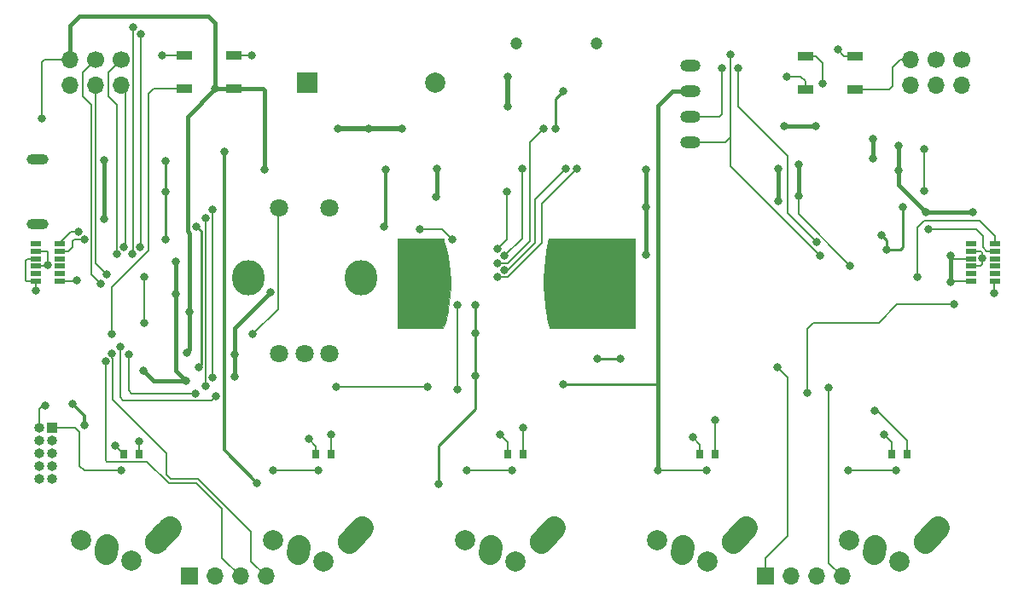
<source format=gtl>
G04 #@! TF.GenerationSoftware,KiCad,Pcbnew,(5.1.0)-1*
G04 #@! TF.CreationDate,2019-05-19T22:51:14-06:00*
G04 #@! TF.ProjectId,laser-theremin,6c617365-722d-4746-9865-72656d696e2e,rev?*
G04 #@! TF.SameCoordinates,Original*
G04 #@! TF.FileFunction,Copper,L1,Top*
G04 #@! TF.FilePolarity,Positive*
%FSLAX46Y46*%
G04 Gerber Fmt 4.6, Leading zero omitted, Abs format (unit mm)*
G04 Created by KiCad (PCBNEW (5.1.0)-1) date 2019-05-19 22:51:14*
%MOMM*%
%LPD*%
G04 APERTURE LIST*
%ADD10C,0.010000*%
%ADD11C,2.250000*%
%ADD12C,2.250000*%
%ADD13C,2.000000*%
%ADD14R,2.000000X2.000000*%
%ADD15C,1.700000*%
%ADD16O,1.700000X1.700000*%
%ADD17R,1.000000X1.000000*%
%ADD18O,1.000000X1.000000*%
%ADD19C,1.200000*%
%ADD20R,1.000000X0.550000*%
%ADD21C,1.800000*%
%ADD22O,3.200000X3.500000*%
%ADD23O,2.150000X1.050000*%
%ADD24R,1.498600X0.899160*%
%ADD25R,0.762000X0.889000*%
%ADD26O,2.000000X1.200000*%
%ADD27R,1.700000X1.700000*%
%ADD28C,0.800000*%
%ADD29C,0.177800*%
%ADD30C,0.254000*%
%ADD31C,0.381000*%
%ADD32C,0.508000*%
%ADD33C,0.304800*%
G04 APERTURE END LIST*
D10*
G36*
X158948000Y-96408500D02*
G01*
X150504132Y-96408500D01*
X150483356Y-96329125D01*
X150408669Y-96027546D01*
X150334538Y-95697443D01*
X150263859Y-95352560D01*
X150199529Y-95006641D01*
X150176360Y-94871886D01*
X150052106Y-94005999D01*
X149968699Y-93135918D01*
X149926084Y-92263993D01*
X149924208Y-91392576D01*
X149963017Y-90524016D01*
X150042456Y-89660666D01*
X150162471Y-88804874D01*
X150323008Y-87958992D01*
X150337076Y-87894208D01*
X150424049Y-87497333D01*
X158948000Y-87497333D01*
X158948000Y-96408500D01*
X158948000Y-96408500D01*
G37*
X158948000Y-96408500D02*
X150504132Y-96408500D01*
X150483356Y-96329125D01*
X150408669Y-96027546D01*
X150334538Y-95697443D01*
X150263859Y-95352560D01*
X150199529Y-95006641D01*
X150176360Y-94871886D01*
X150052106Y-94005999D01*
X149968699Y-93135918D01*
X149926084Y-92263993D01*
X149924208Y-91392576D01*
X149963017Y-90524016D01*
X150042456Y-89660666D01*
X150162471Y-88804874D01*
X150323008Y-87958992D01*
X150337076Y-87894208D01*
X150424049Y-87497333D01*
X158948000Y-87497333D01*
X158948000Y-96408500D01*
G36*
X139949470Y-87507917D02*
G01*
X140029376Y-87772500D01*
X140227895Y-88501997D01*
X140387625Y-89245772D01*
X140508322Y-90000597D01*
X140589740Y-90763241D01*
X140631634Y-91530477D01*
X140633758Y-92299074D01*
X140595868Y-93065803D01*
X140517719Y-93827436D01*
X140499357Y-93963750D01*
X140443742Y-94322432D01*
X140375442Y-94697325D01*
X140296979Y-95076964D01*
X140210875Y-95449886D01*
X140119651Y-95804627D01*
X140025828Y-96129724D01*
X140015754Y-96162233D01*
X139938877Y-96408500D01*
X135389500Y-96408500D01*
X135389500Y-87497143D01*
X139949470Y-87507917D01*
X139949470Y-87507917D01*
G37*
X139949470Y-87507917D02*
X140029376Y-87772500D01*
X140227895Y-88501997D01*
X140387625Y-89245772D01*
X140508322Y-90000597D01*
X140589740Y-90763241D01*
X140631634Y-91530477D01*
X140633758Y-92299074D01*
X140595868Y-93065803D01*
X140517719Y-93827436D01*
X140499357Y-93963750D01*
X140443742Y-94322432D01*
X140375442Y-94697325D01*
X140296979Y-95076964D01*
X140210875Y-95449886D01*
X140119651Y-95804627D01*
X140025828Y-96129724D01*
X140015754Y-96162233D01*
X139938877Y-96408500D01*
X135389500Y-96408500D01*
X135389500Y-87497143D01*
X139949470Y-87507917D01*
D11*
X106480000Y-118390000D03*
D12*
X106505506Y-118015868D02*
X106454494Y-118764132D01*
D13*
X108990000Y-119540000D03*
X103990000Y-117440000D03*
D11*
X111490000Y-117640000D03*
X112145005Y-116910004D03*
D12*
X112800000Y-116180000D02*
X111490010Y-117640008D01*
D11*
X125555000Y-118410000D03*
D12*
X125580506Y-118035868D02*
X125529494Y-118784132D01*
D13*
X128065000Y-119560000D03*
X123065000Y-117460000D03*
D11*
X130565000Y-117660000D03*
X131220005Y-116930004D03*
D12*
X131875000Y-116200000D02*
X130565010Y-117660008D01*
D11*
X144605000Y-118410000D03*
D12*
X144630506Y-118035868D02*
X144579494Y-118784132D01*
D13*
X147115000Y-119560000D03*
X142115000Y-117460000D03*
D11*
X149615000Y-117660000D03*
X150270005Y-116930004D03*
D12*
X150925000Y-116200000D02*
X149615010Y-117660008D01*
D11*
X163655000Y-118410000D03*
D12*
X163680506Y-118035868D02*
X163629494Y-118784132D01*
D13*
X166165000Y-119560000D03*
X161165000Y-117460000D03*
D11*
X168665000Y-117660000D03*
X169320005Y-116930004D03*
D12*
X169975000Y-116200000D02*
X168665010Y-117660008D01*
D11*
X182705000Y-118410000D03*
D12*
X182730506Y-118035868D02*
X182679494Y-118784132D01*
D13*
X185215000Y-119560000D03*
X180215000Y-117460000D03*
D11*
X187715000Y-117660000D03*
X188370005Y-116930004D03*
D12*
X189025000Y-116200000D02*
X187715010Y-117660008D01*
D13*
X139150000Y-72000000D03*
D14*
X126450000Y-72000000D03*
D15*
X191340000Y-69710000D03*
D16*
X191340000Y-72250000D03*
D15*
X188800000Y-69710000D03*
D16*
X188800000Y-72250000D03*
X186260000Y-69710000D03*
X186260000Y-72250000D03*
D15*
X107990000Y-69710000D03*
D16*
X107990000Y-72250000D03*
D15*
X105450000Y-69710000D03*
D16*
X105450000Y-72250000D03*
X102910000Y-69710000D03*
X102910000Y-72250000D03*
D17*
X101120000Y-106290000D03*
D18*
X99850000Y-106290000D03*
X101120000Y-107560000D03*
X99850000Y-107560000D03*
X101120000Y-108830000D03*
X99850000Y-108830000D03*
X101120000Y-110100000D03*
X99850000Y-110100000D03*
X101120000Y-111370000D03*
X99850000Y-111370000D03*
D19*
X155130000Y-68090000D03*
X147150000Y-68090000D03*
D20*
X99510000Y-91750000D03*
X99510000Y-91000000D03*
X99510000Y-90250000D03*
X99510000Y-89500000D03*
X99510000Y-88750000D03*
X99510000Y-88000000D03*
X101910000Y-91750000D03*
X101910000Y-89500000D03*
X101910000Y-88750000D03*
X101910000Y-88000000D03*
X101910000Y-90250000D03*
X101910000Y-91000000D03*
X194670000Y-91000000D03*
X194670000Y-90250000D03*
X194670000Y-88000000D03*
X194670000Y-88750000D03*
X194670000Y-89500000D03*
X194670000Y-91750000D03*
X192270000Y-88000000D03*
X192270000Y-88750000D03*
X192270000Y-89500000D03*
X192270000Y-90250000D03*
X192270000Y-91000000D03*
X192270000Y-91750000D03*
D21*
X126170000Y-98930000D03*
X128670000Y-84430000D03*
X123670000Y-84430000D03*
X123670000Y-98930000D03*
X128670000Y-98930000D03*
D22*
X131770000Y-91430000D03*
X120570000Y-91430000D03*
D23*
X99650000Y-79645000D03*
X99650000Y-86095000D03*
D24*
X114231440Y-69301540D03*
X114231440Y-72598460D03*
X119128560Y-72598460D03*
X119128560Y-69301540D03*
X180778560Y-69371540D03*
X180778560Y-72668460D03*
X175881440Y-72668460D03*
X175881440Y-69371540D03*
D25*
X109782000Y-108910000D03*
X108258000Y-108910000D03*
X127303000Y-108910000D03*
X128827000Y-108910000D03*
X147877000Y-108910000D03*
X146353000Y-108910000D03*
X165403000Y-108910000D03*
X166927000Y-108910000D03*
X184453000Y-108910000D03*
X185977000Y-108910000D03*
D26*
X164430000Y-70340000D03*
X164430000Y-72880000D03*
X164430000Y-75420000D03*
X164430000Y-77960000D03*
D27*
X171870000Y-121040000D03*
D16*
X174410000Y-121040000D03*
X176950000Y-121040000D03*
X179490000Y-121040000D03*
X122350000Y-121050000D03*
X119810000Y-121050000D03*
X117270000Y-121050000D03*
D27*
X114730000Y-121050000D03*
D28*
X112020000Y-69290000D03*
X99500000Y-92630000D03*
X112390000Y-82890000D03*
X112390000Y-79780000D03*
X112400000Y-87550000D03*
X119240000Y-99020000D03*
X119240000Y-101260000D03*
X185100000Y-78290000D03*
X185100000Y-80760000D03*
X190280000Y-89190000D03*
X113390000Y-93010000D03*
X113420000Y-89810000D03*
X129470000Y-76590000D03*
X135870000Y-76620000D03*
X132530000Y-76590000D03*
X146320000Y-71400000D03*
X146320000Y-74370000D03*
X187820000Y-84900000D03*
X192490000Y-84870000D03*
X190260000Y-91850000D03*
X143090000Y-96910000D03*
X143100000Y-94140000D03*
X155200000Y-99440000D03*
X157550000Y-99450000D03*
X106300000Y-85520000D03*
X173150000Y-83770000D03*
X173140000Y-80520000D03*
X139270000Y-80600000D03*
X139250000Y-83370000D03*
X106300000Y-79720000D03*
X103150000Y-103930000D03*
X104310000Y-106020000D03*
X114390000Y-101620000D03*
X110150000Y-100600000D03*
X122840000Y-92820000D03*
X143090000Y-101100000D03*
X139480000Y-111910000D03*
X160020000Y-80620000D03*
X160020000Y-84400000D03*
X160020000Y-89130000D03*
X123080000Y-110530000D03*
X127570000Y-110530000D03*
X142300000Y-110530000D03*
X146730000Y-110530000D03*
X161250000Y-110530000D03*
X166060000Y-110530000D03*
X180090000Y-110530000D03*
X184820000Y-110530000D03*
X108020000Y-110520000D03*
X100100000Y-75590000D03*
X114790000Y-94820000D03*
X117330000Y-72620000D03*
X122230000Y-80670000D03*
X175190000Y-80120000D03*
X175190000Y-83260000D03*
X180320000Y-90220000D03*
X114480000Y-98860000D03*
X151050000Y-76610000D03*
X151830000Y-72880000D03*
X151830000Y-101960000D03*
X182550000Y-77630000D03*
X182590000Y-79540000D03*
X193450000Y-89440000D03*
X183940000Y-88570000D03*
X185550000Y-84340000D03*
X183460000Y-87160000D03*
X100725000Y-90125000D03*
X110300000Y-91280000D03*
X146280000Y-82870000D03*
X187660000Y-82800000D03*
X187660000Y-78590000D03*
X145310000Y-88540000D03*
X134100000Y-86290000D03*
X134210000Y-80630000D03*
X115430000Y-86300000D03*
X115660000Y-100260000D03*
X103555000Y-91695000D03*
X190620000Y-94060000D03*
X194570000Y-92920000D03*
X100450000Y-104130000D03*
X152080000Y-80560000D03*
X146040000Y-90640000D03*
X153200000Y-80550000D03*
X145310000Y-91340000D03*
X149860000Y-76570000D03*
X145310000Y-89940000D03*
X147750000Y-80550000D03*
X146030000Y-89240000D03*
X188040000Y-86570000D03*
X104330000Y-87600000D03*
X106580000Y-91070000D03*
X167630000Y-70600000D03*
X169170000Y-70610000D03*
X177000000Y-87880000D03*
X105970000Y-91970000D03*
X168410000Y-69220000D03*
X177330000Y-89220000D03*
X186960000Y-91310000D03*
X103720000Y-86790000D03*
X137650000Y-86590000D03*
X140860000Y-87590000D03*
X117050000Y-84650000D03*
X117050000Y-101330000D03*
X116355000Y-85453200D03*
X116355000Y-102145000D03*
X109160000Y-66480000D03*
X109090000Y-89070000D03*
X109920000Y-67200000D03*
X109870000Y-88330000D03*
X108240000Y-88320000D03*
X107520000Y-89040000D03*
X120930000Y-69290000D03*
X174000000Y-71380000D03*
X164680000Y-107250000D03*
X107060000Y-96950000D03*
X121050000Y-97020000D03*
X109780000Y-107650000D03*
X107410000Y-108040000D03*
X126580000Y-107410000D03*
X128820000Y-107010000D03*
X147880000Y-106290000D03*
X145610000Y-106960000D03*
X166910000Y-105520000D03*
X183690000Y-107000000D03*
X182710000Y-104580000D03*
X177580000Y-72100000D03*
X176870000Y-76370000D03*
X173750000Y-76360000D03*
X110300000Y-95870000D03*
X129310000Y-102240000D03*
X138370000Y-102240000D03*
X176090000Y-102820000D03*
X121460000Y-111780000D03*
X118200000Y-78900000D03*
X178160000Y-102330000D03*
X173080000Y-100320000D03*
X179080000Y-68750000D03*
X107070000Y-98910000D03*
X106440000Y-99690000D03*
X107890000Y-98250000D03*
X117350000Y-103200000D03*
X108730000Y-98980000D03*
X115330000Y-102880000D03*
X141360000Y-94150000D03*
X141360000Y-102460000D03*
D29*
X112031540Y-69301540D02*
X112020000Y-69290000D01*
X114231440Y-69301540D02*
X112031540Y-69301540D01*
X99510000Y-89500000D02*
X98690000Y-89500000D01*
X98690000Y-89500000D02*
X98470000Y-89720000D01*
X98470000Y-89720000D02*
X98470000Y-91620000D01*
X98600000Y-91750000D02*
X99510000Y-91750000D01*
X98470000Y-91620000D02*
X98600000Y-91750000D01*
X99510000Y-91750000D02*
X99510000Y-92620000D01*
X99510000Y-92620000D02*
X99500000Y-92630000D01*
X192270000Y-89500000D02*
X191050000Y-89500000D01*
D30*
X112390000Y-82890000D02*
X112390000Y-79780000D01*
X112390000Y-82890000D02*
X112390000Y-87540000D01*
X112390000Y-87540000D02*
X112400000Y-87550000D01*
D31*
X185100000Y-78290000D02*
X185100000Y-80760000D01*
D29*
X191050000Y-89500000D02*
X190590000Y-89500000D01*
X190590000Y-89500000D02*
X190280000Y-89190000D01*
D31*
X113390000Y-93010000D02*
X113390000Y-89840000D01*
D32*
X129470000Y-76590000D02*
X132530000Y-76590000D01*
X135840000Y-76590000D02*
X135870000Y-76620000D01*
X132530000Y-76590000D02*
X135840000Y-76590000D01*
X146320000Y-71400000D02*
X146320000Y-74370000D01*
D31*
X185100000Y-80760000D02*
X185100000Y-82180000D01*
X185100000Y-82180000D02*
X187820000Y-84900000D01*
X187820000Y-84900000D02*
X192460000Y-84900000D01*
X192460000Y-84900000D02*
X192490000Y-84870000D01*
X190280000Y-89190000D02*
X190280000Y-91830000D01*
X190280000Y-91830000D02*
X190260000Y-91850000D01*
D29*
X190360000Y-91750000D02*
X190260000Y-91850000D01*
X192270000Y-91750000D02*
X190360000Y-91750000D01*
D30*
X143090000Y-96910000D02*
X143090000Y-94150000D01*
X143090000Y-94150000D02*
X143100000Y-94140000D01*
X155200000Y-99440000D02*
X157540000Y-99440000D01*
X157540000Y-99440000D02*
X157550000Y-99450000D01*
D31*
X173150000Y-83770000D02*
X173150000Y-80530000D01*
X173150000Y-80530000D02*
X173140000Y-80520000D01*
X139270000Y-80600000D02*
X139270000Y-83350000D01*
X139270000Y-83350000D02*
X139250000Y-83370000D01*
X106300000Y-85520000D02*
X106300000Y-79720000D01*
D33*
X103150000Y-103930000D02*
X104310000Y-105090000D01*
X104310000Y-105090000D02*
X104310000Y-106020000D01*
D31*
X113390000Y-93010000D02*
X113390000Y-100620000D01*
X113390000Y-100620000D02*
X114390000Y-101620000D01*
X114390000Y-101620000D02*
X111170000Y-101620000D01*
X111170000Y-101620000D02*
X110150000Y-100600000D01*
X119240000Y-101260000D02*
X119240000Y-99020000D01*
X119240000Y-99020000D02*
X119240000Y-96420000D01*
X119240000Y-96420000D02*
X122840000Y-92820000D01*
D30*
X143090000Y-96910000D02*
X143090000Y-101100000D01*
X143090000Y-101100000D02*
X143090000Y-104440000D01*
X143090000Y-104440000D02*
X139490000Y-108040000D01*
X139490000Y-108040000D02*
X139490000Y-111900000D01*
X139490000Y-111900000D02*
X139480000Y-111910000D01*
D31*
X160020000Y-80620000D02*
X160020000Y-84400000D01*
X160020000Y-84400000D02*
X160020000Y-89130000D01*
D29*
X123080000Y-110530000D02*
X127570000Y-110530000D01*
X142300000Y-110530000D02*
X146730000Y-110530000D01*
X161250000Y-110530000D02*
X166060000Y-110530000D01*
X180090000Y-110530000D02*
X184820000Y-110530000D01*
X102910000Y-69710000D02*
X100380000Y-69710000D01*
X100380000Y-69710000D02*
X100100000Y-69990000D01*
X100100000Y-69990000D02*
X100100000Y-75590000D01*
D31*
X119128560Y-72598460D02*
X117351540Y-72598460D01*
X117351540Y-72598460D02*
X117330000Y-72620000D01*
X117330000Y-72620000D02*
X117330000Y-66070000D01*
X117330000Y-66070000D02*
X116640000Y-65380000D01*
X116640000Y-65380000D02*
X103870000Y-65380000D01*
X102910000Y-66340000D02*
X102910000Y-69710000D01*
X103870000Y-65380000D02*
X102910000Y-66340000D01*
X119128560Y-72598460D02*
X121528460Y-72598460D01*
X121528460Y-72598460D02*
X122058460Y-72598460D01*
X122058460Y-72598460D02*
X122230000Y-72770000D01*
X122230000Y-72770000D02*
X122230000Y-80670000D01*
X175190000Y-80120000D02*
X175190000Y-83260000D01*
D29*
X175190000Y-83260000D02*
X175190000Y-85090000D01*
X175190000Y-85090000D02*
X180320000Y-90220000D01*
D31*
X114790000Y-98550000D02*
X114480000Y-98860000D01*
X114790000Y-94820000D02*
X114790000Y-98550000D01*
X114790000Y-94820000D02*
X114790000Y-86980000D01*
X114790000Y-86980000D02*
X114590000Y-86780000D01*
X114590000Y-75360000D02*
X117330000Y-72620000D01*
X114590000Y-86780000D02*
X114590000Y-75360000D01*
D30*
X151050000Y-73660000D02*
X151830000Y-72880000D01*
X151050000Y-76610000D02*
X151050000Y-73660000D01*
D31*
X162660000Y-72880000D02*
X164430000Y-72880000D01*
X161250000Y-74290000D02*
X162660000Y-72880000D01*
D30*
X161250000Y-101600000D02*
X161250000Y-101800000D01*
D31*
X161250000Y-101600000D02*
X161250000Y-74290000D01*
X161250000Y-110530000D02*
X161250000Y-101600000D01*
D30*
X161090000Y-101960000D02*
X151830000Y-101960000D01*
X161250000Y-101800000D02*
X161090000Y-101960000D01*
D29*
X101130000Y-106300000D02*
X101120000Y-106290000D01*
X103450000Y-106300000D02*
X101130000Y-106300000D01*
X103870000Y-106720000D02*
X103450000Y-106300000D01*
X103870000Y-110080000D02*
X103870000Y-106720000D01*
X108020000Y-110520000D02*
X104310000Y-110520000D01*
X104310000Y-110520000D02*
X103870000Y-110080000D01*
D31*
X182550000Y-77630000D02*
X182590000Y-77670000D01*
X182590000Y-77670000D02*
X182590000Y-79540000D01*
D29*
X99510000Y-88750000D02*
X100600000Y-88750000D01*
X100600000Y-88750000D02*
X100740000Y-88890000D01*
X100740000Y-88890000D02*
X100740000Y-89430000D01*
X100740000Y-89430000D02*
X100740000Y-90110000D01*
X100600000Y-90250000D02*
X99510000Y-90250000D01*
X100740000Y-90110000D02*
X100725000Y-90125000D01*
X192270000Y-88750000D02*
X193290000Y-88750000D01*
X193290000Y-88750000D02*
X193450000Y-88910000D01*
X193450000Y-88910000D02*
X193450000Y-89440000D01*
X192270000Y-90250000D02*
X193270000Y-90250000D01*
X193450000Y-90070000D02*
X193450000Y-89440000D01*
X193270000Y-90250000D02*
X193450000Y-90070000D01*
D30*
X185290000Y-88570000D02*
X183940000Y-88570000D01*
X185550000Y-84340000D02*
X185550000Y-88310000D01*
X185550000Y-88310000D02*
X185290000Y-88570000D01*
X183940000Y-87640000D02*
X183940000Y-88570000D01*
X183460000Y-87160000D02*
X183940000Y-87640000D01*
D29*
X100725000Y-90125000D02*
X100600000Y-90250000D01*
X146270000Y-82880000D02*
X146280000Y-82870000D01*
X187660000Y-82800000D02*
X187660000Y-78590000D01*
X146280000Y-82870000D02*
X146280000Y-86630000D01*
X146280000Y-86630000D02*
X146280000Y-87570000D01*
X146280000Y-87570000D02*
X145310000Y-88540000D01*
D33*
X134100000Y-86290000D02*
X134210000Y-86180000D01*
X134210000Y-86180000D02*
X134210000Y-80630000D01*
D30*
X115910000Y-86780000D02*
X115430000Y-86300000D01*
X115910000Y-99990000D02*
X115910000Y-86780000D01*
X115910000Y-99990000D02*
X115910000Y-100010000D01*
X115910000Y-100010000D02*
X115660000Y-100260000D01*
D29*
X103500000Y-91750000D02*
X103555000Y-91695000D01*
X101910000Y-91750000D02*
X103500000Y-91750000D01*
X176090000Y-102820000D02*
X176090000Y-96450000D01*
X176090000Y-96450000D02*
X176670000Y-95870000D01*
X176670000Y-95870000D02*
X183170000Y-95870000D01*
X184980000Y-94060000D02*
X190620000Y-94060000D01*
X183170000Y-95870000D02*
X184980000Y-94060000D01*
X194570000Y-91850000D02*
X194670000Y-91750000D01*
X194570000Y-92920000D02*
X194570000Y-91850000D01*
X100450000Y-104130000D02*
X100160000Y-104130000D01*
X99850000Y-104440000D02*
X99850000Y-106290000D01*
X100160000Y-104130000D02*
X99850000Y-104440000D01*
X146040000Y-90640000D02*
X146170000Y-90640000D01*
X146320000Y-90640000D02*
X146040000Y-90640000D01*
X149070000Y-87890000D02*
X146320000Y-90640000D01*
X152080000Y-80560000D02*
X149070000Y-83570000D01*
X149070000Y-83570000D02*
X149070000Y-87890000D01*
X153210000Y-80560000D02*
X153200000Y-80550000D01*
X145310000Y-91340000D02*
X146320000Y-91340000D01*
X146320000Y-91340000D02*
X149700000Y-87960000D01*
X149700000Y-84050000D02*
X153200000Y-80550000D01*
X149700000Y-87960000D02*
X149700000Y-84050000D01*
X145310000Y-89940000D02*
X146320000Y-89940000D01*
X146320000Y-89940000D02*
X148530000Y-87730000D01*
X148530000Y-77900000D02*
X149860000Y-76570000D01*
X148530000Y-87730000D02*
X148530000Y-77900000D01*
X147750000Y-80550000D02*
X147750000Y-86660000D01*
X147750000Y-86660000D02*
X147750000Y-87510000D01*
X146030000Y-89230000D02*
X147750000Y-87510000D01*
X146030000Y-89240000D02*
X146030000Y-89230000D01*
X194670000Y-88750000D02*
X193880000Y-88750000D01*
X193880000Y-88750000D02*
X193860000Y-88750000D01*
X193860000Y-88750000D02*
X193460000Y-88350000D01*
X193460000Y-88350000D02*
X193460000Y-87250000D01*
X193460000Y-87250000D02*
X192780000Y-86570000D01*
X192780000Y-86570000D02*
X188040000Y-86570000D01*
X101910000Y-88750000D02*
X102700000Y-88750000D01*
X102700000Y-88750000D02*
X103140000Y-88310000D01*
X103140000Y-88310000D02*
X103140000Y-87760000D01*
X103140000Y-87760000D02*
X103300000Y-87600000D01*
X103300000Y-87600000D02*
X104330000Y-87600000D01*
X105450000Y-89940000D02*
X105450000Y-72250000D01*
X106580000Y-91070000D02*
X105450000Y-89940000D01*
X164430000Y-75420000D02*
X167360000Y-75420000D01*
X167360000Y-75420000D02*
X167630000Y-75150000D01*
X167630000Y-75150000D02*
X167630000Y-70600000D01*
X169170000Y-70610000D02*
X169060000Y-70720000D01*
X177000000Y-87880000D02*
X174070000Y-84950000D01*
X174070000Y-84950000D02*
X174070000Y-79250000D01*
X169170000Y-74350000D02*
X169170000Y-70610000D01*
X174070000Y-79250000D02*
X169170000Y-74350000D01*
X105970000Y-91970000D02*
X105050000Y-91050000D01*
X105050000Y-91050000D02*
X105050000Y-74200000D01*
X105050000Y-74200000D02*
X104190000Y-73340000D01*
X104190000Y-70970000D02*
X105450000Y-69710000D01*
X104190000Y-73340000D02*
X104190000Y-70970000D01*
X167920000Y-77960000D02*
X164430000Y-77960000D01*
X168410000Y-69220000D02*
X168410000Y-77470000D01*
X168410000Y-77470000D02*
X167920000Y-77960000D01*
X168410000Y-77470000D02*
X168410000Y-80300000D01*
X168410000Y-80300000D02*
X177330000Y-89220000D01*
X194670000Y-88000000D02*
X194670000Y-87260000D01*
X194670000Y-87260000D02*
X193140000Y-85730000D01*
X193140000Y-85730000D02*
X187620000Y-85730000D01*
X187620000Y-85730000D02*
X186960000Y-86390000D01*
X186960000Y-86390000D02*
X186960000Y-91310000D01*
X101910000Y-88000000D02*
X101910000Y-87890000D01*
X101910000Y-87890000D02*
X103010000Y-86790000D01*
X103010000Y-86790000D02*
X103720000Y-86790000D01*
X137650000Y-86590000D02*
X139860000Y-86590000D01*
X139860000Y-86590000D02*
X140860000Y-87590000D01*
X117050000Y-101330000D02*
X117050000Y-100600000D01*
X117050000Y-101050000D02*
X117050000Y-100600000D01*
X117050000Y-100600000D02*
X117050000Y-84650000D01*
X116355000Y-85453200D02*
X116355000Y-100906801D01*
X116355000Y-100906801D02*
X116355000Y-102145000D01*
X116355000Y-102145000D02*
X116350000Y-102150000D01*
X109160000Y-67150000D02*
X109160000Y-66670000D01*
X109160000Y-66480000D02*
X109160000Y-67310000D01*
X109160000Y-88310000D02*
X109160000Y-67310000D01*
X109160000Y-67310000D02*
X109160000Y-67150000D01*
X109160000Y-88310000D02*
X109160000Y-89000000D01*
X109160000Y-89000000D02*
X109090000Y-89070000D01*
X109920000Y-67200000D02*
X109930000Y-67210000D01*
X109930000Y-67210000D02*
X109930000Y-87540000D01*
X109930000Y-87540000D02*
X109930000Y-88270000D01*
X109930000Y-88270000D02*
X109870000Y-88330000D01*
X108390000Y-72650000D02*
X107990000Y-72250000D01*
X108240000Y-88320000D02*
X108390000Y-88170000D01*
X108390000Y-88170000D02*
X108390000Y-72650000D01*
X106710000Y-70990000D02*
X107990000Y-69710000D01*
X106710000Y-73340000D02*
X106710000Y-70990000D01*
X107540000Y-74170000D02*
X106710000Y-73340000D01*
X107520000Y-89040000D02*
X107540000Y-89020000D01*
X107540000Y-89020000D02*
X107540000Y-74170000D01*
X119140100Y-69290000D02*
X119128560Y-69301540D01*
X120930000Y-69290000D02*
X119140100Y-69290000D01*
X175881440Y-72668460D02*
X175881440Y-71871440D01*
X175881440Y-71871440D02*
X175390000Y-71380000D01*
X175390000Y-71380000D02*
X174000000Y-71380000D01*
X165403000Y-108910000D02*
X165403000Y-107973000D01*
X165403000Y-107973000D02*
X164680000Y-107250000D01*
X121050000Y-97020000D02*
X123560000Y-94510000D01*
X123560000Y-84540000D02*
X123670000Y-84430000D01*
X123560000Y-94510000D02*
X123560000Y-84540000D01*
X109770000Y-108898000D02*
X109782000Y-108910000D01*
X109782000Y-107652000D02*
X109782000Y-108910000D01*
X109780000Y-107650000D02*
X109782000Y-107652000D01*
X108258000Y-108910000D02*
X108258000Y-108888000D01*
X108258000Y-108888000D02*
X107410000Y-108040000D01*
X127303000Y-108910000D02*
X127303000Y-108133000D01*
X127303000Y-108133000D02*
X126580000Y-107410000D01*
X128827000Y-107017000D02*
X128827000Y-108910000D01*
X128820000Y-107010000D02*
X128827000Y-107017000D01*
X147877000Y-106293000D02*
X147877000Y-108910000D01*
X147880000Y-106290000D02*
X147877000Y-106293000D01*
X146353000Y-108910000D02*
X146353000Y-107703000D01*
X146353000Y-107703000D02*
X145610000Y-106960000D01*
X166927000Y-105537000D02*
X166927000Y-108910000D01*
X166910000Y-105520000D02*
X166927000Y-105537000D01*
X184453000Y-108910000D02*
X184453000Y-107763000D01*
X184453000Y-107763000D02*
X183690000Y-107000000D01*
X185980000Y-108907000D02*
X185977000Y-108910000D01*
X185977000Y-108910000D02*
X185977000Y-107587000D01*
X185977000Y-107587000D02*
X182970000Y-104580000D01*
X182970000Y-104580000D02*
X182710000Y-104580000D01*
X175881440Y-69371540D02*
X176881540Y-69371540D01*
X177580000Y-70070000D02*
X177580000Y-72100000D01*
X176881540Y-69371540D02*
X177580000Y-70070000D01*
D31*
X176870000Y-76370000D02*
X173760000Y-76370000D01*
X173760000Y-76370000D02*
X173750000Y-76360000D01*
D29*
X180778560Y-72668460D02*
X184181540Y-72668460D01*
X184181540Y-72668460D02*
X184510000Y-72340000D01*
X184510000Y-72340000D02*
X184510000Y-70450000D01*
X184510000Y-70450000D02*
X185250000Y-69710000D01*
X185250000Y-69710000D02*
X186250000Y-69710000D01*
X110300000Y-95870000D02*
X110300000Y-95750000D01*
X110300000Y-95750000D02*
X110300000Y-91280000D01*
X129310000Y-102240000D02*
X138370000Y-102240000D01*
X107060000Y-92840000D02*
X107060000Y-96950000D01*
X107060000Y-92300000D02*
X107060000Y-92840000D01*
X110690000Y-88670000D02*
X107060000Y-92300000D01*
X110690000Y-73070000D02*
X110690000Y-88670000D01*
X114231440Y-72598460D02*
X111161540Y-72598460D01*
X111161540Y-72598460D02*
X110690000Y-73070000D01*
D33*
X121460000Y-111780000D02*
X118200000Y-108520000D01*
X118200000Y-108520000D02*
X118200000Y-78900000D01*
D29*
X178170000Y-102340000D02*
X178160000Y-102330000D01*
X178160000Y-119730000D02*
X179500000Y-121070000D01*
X178160000Y-102330000D02*
X178160000Y-119730000D01*
X173090000Y-100330000D02*
X173080000Y-100320000D01*
X173090000Y-100320000D02*
X174080000Y-101310000D01*
X173080000Y-100320000D02*
X173090000Y-100320000D01*
X174080000Y-101310000D02*
X174080000Y-117040000D01*
X174080000Y-117040000D02*
X171880000Y-119240000D01*
X171880000Y-119240000D02*
X171880000Y-121070000D01*
X180778560Y-69371540D02*
X179701540Y-69371540D01*
X179701540Y-69371540D02*
X179080000Y-68750000D01*
X120880000Y-119570000D02*
X122380000Y-121070000D01*
X115640000Y-111360000D02*
X120880000Y-116600000D01*
X112920000Y-111360000D02*
X115640000Y-111360000D01*
X107070000Y-99390000D02*
X107140000Y-99460000D01*
X107140000Y-99460000D02*
X107140000Y-103510000D01*
X107140000Y-103510000D02*
X112510000Y-108880000D01*
X120880000Y-116600000D02*
X120880000Y-119570000D01*
X112510000Y-108880000D02*
X112510000Y-110950000D01*
X107070000Y-98910000D02*
X107070000Y-99390000D01*
X112510000Y-110950000D02*
X112920000Y-111360000D01*
X117990000Y-119220000D02*
X119840000Y-121070000D01*
X117990000Y-114370000D02*
X117990000Y-119220000D01*
X106440000Y-109520000D02*
X106580000Y-109660000D01*
X106440000Y-99690000D02*
X106440000Y-109520000D01*
X106580000Y-109660000D02*
X110540000Y-109660000D01*
X112710000Y-111830000D02*
X115450000Y-111830000D01*
X110540000Y-109660000D02*
X112710000Y-111830000D01*
X115450000Y-111830000D02*
X117990000Y-114370000D01*
X107890000Y-98250000D02*
X107880000Y-98260000D01*
X107880000Y-98260000D02*
X107880000Y-103270000D01*
X107880000Y-103270000D02*
X108190000Y-103580000D01*
X108190000Y-103580000D02*
X114360000Y-103580000D01*
X114360000Y-103580000D02*
X116970000Y-103580000D01*
X116970000Y-103580000D02*
X117350000Y-103200000D01*
X108730000Y-98980000D02*
X108730000Y-102610000D01*
X108730000Y-102610000D02*
X109010000Y-102890000D01*
X109010000Y-102890000D02*
X115320000Y-102890000D01*
X115320000Y-102890000D02*
X115330000Y-102880000D01*
X141360000Y-94150000D02*
X141360000Y-102460000D01*
M02*

</source>
